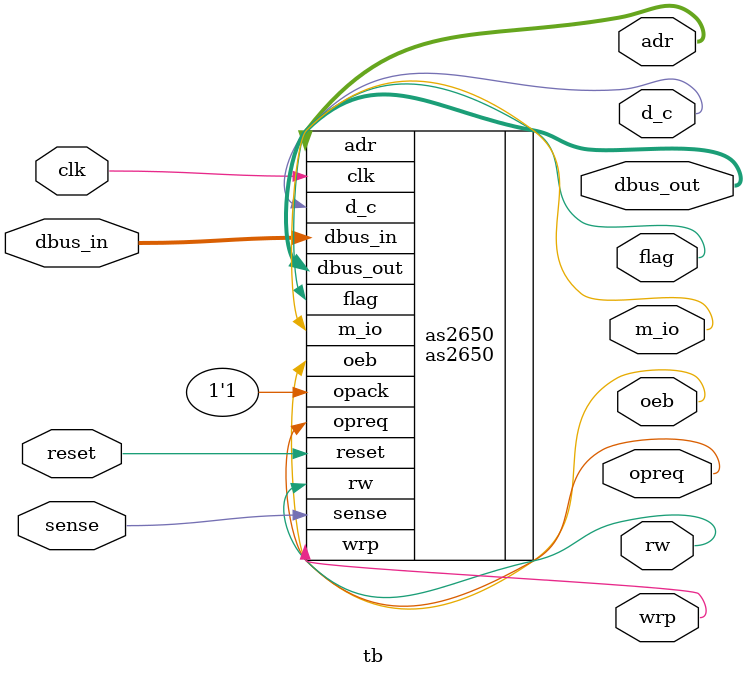
<source format=v>
`default_nettype none
`timescale 1ns/1ps

module tb (
	input reset,
	input clk,
	input sense,

	output [12:0] adr,
	output rw,
	output opreq,
	output m_io,
	output d_c,
	output flag,
	output wrp,

	input [7:0] dbus_in,
	output [7:0] dbus_out,
	output oeb
	);
	
	initial begin
		$dumpfile ("tb.vcd");
		$dumpvars (0, tb);
		#1;
	end

	as2650 as2650 (
		.reset(reset),
		.clk(clk),
		.sense(sense),
		.adr(adr),
		.rw(rw),
		.opreq(opreq),
		.m_io(m_io),
		.d_c(d_c),
		.flag(flag),
		.dbus_in(dbus_in),
		.dbus_out(dbus_out),
		.oeb(oeb),
		.wrp(wrp),
		.opack(1'b1)
	);
endmodule

</source>
